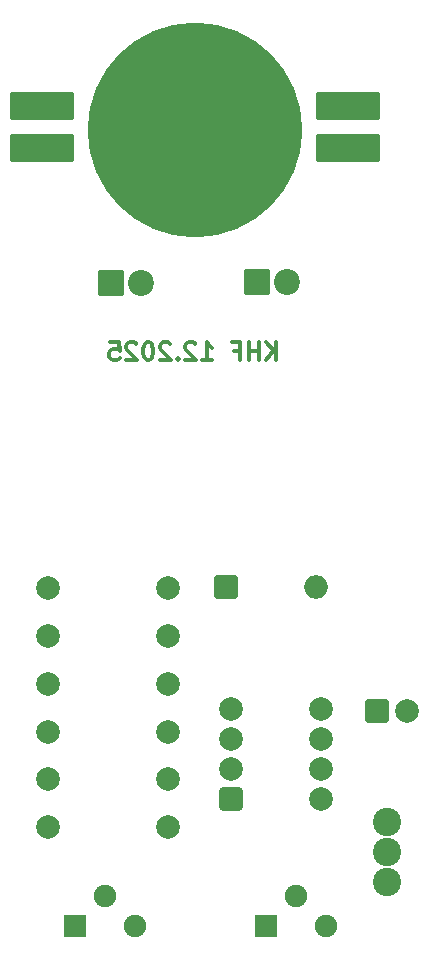
<source format=gbr>
%TF.GenerationSoftware,KiCad,Pcbnew,9.0.6*%
%TF.CreationDate,2025-12-05T08:24:13+01:00*%
%TF.ProjectId,GrumpyDuck,4772756d-7079-4447-9563-6b2e6b696361,rev?*%
%TF.SameCoordinates,Original*%
%TF.FileFunction,Soldermask,Bot*%
%TF.FilePolarity,Negative*%
%FSLAX46Y46*%
G04 Gerber Fmt 4.6, Leading zero omitted, Abs format (unit mm)*
G04 Created by KiCad (PCBNEW 9.0.6) date 2025-12-05 08:24:13*
%MOMM*%
%LPD*%
G01*
G04 APERTURE LIST*
G04 Aperture macros list*
%AMRoundRect*
0 Rectangle with rounded corners*
0 $1 Rounding radius*
0 $2 $3 $4 $5 $6 $7 $8 $9 X,Y pos of 4 corners*
0 Add a 4 corners polygon primitive as box body*
4,1,4,$2,$3,$4,$5,$6,$7,$8,$9,$2,$3,0*
0 Add four circle primitives for the rounded corners*
1,1,$1+$1,$2,$3*
1,1,$1+$1,$4,$5*
1,1,$1+$1,$6,$7*
1,1,$1+$1,$8,$9*
0 Add four rect primitives between the rounded corners*
20,1,$1+$1,$2,$3,$4,$5,0*
20,1,$1+$1,$4,$5,$6,$7,0*
20,1,$1+$1,$6,$7,$8,$9,0*
20,1,$1+$1,$8,$9,$2,$3,0*%
G04 Aperture macros list end*
%ADD10C,0.300000*%
%ADD11C,2.200000*%
%ADD12RoundRect,0.200000X-0.900000X-0.900000X0.900000X-0.900000X0.900000X0.900000X-0.900000X0.900000X0*%
%ADD13RoundRect,0.200000X-2.500000X-1.000000X2.500000X-1.000000X2.500000X1.000000X-2.500000X1.000000X0*%
%ADD14C,18.180000*%
%ADD15RoundRect,0.312500X-0.687500X-0.687500X0.687500X-0.687500X0.687500X0.687500X-0.687500X0.687500X0*%
%ADD16C,2.000000*%
%ADD17C,2.400000*%
%ADD18RoundRect,0.200000X-0.750000X-0.750000X0.750000X-0.750000X0.750000X0.750000X-0.750000X0.750000X0*%
%ADD19C,1.900000*%
%ADD20RoundRect,0.200000X-0.800000X-0.800000X0.800000X-0.800000X0.800000X0.800000X-0.800000X0.800000X0*%
%ADD21O,2.000000X2.000000*%
G04 APERTURE END LIST*
D10*
X130145489Y-75000828D02*
X130145489Y-73500828D01*
X129288346Y-75000828D02*
X129931203Y-74143685D01*
X129288346Y-73500828D02*
X130145489Y-74357971D01*
X128645489Y-75000828D02*
X128645489Y-73500828D01*
X128645489Y-74215114D02*
X127788346Y-74215114D01*
X127788346Y-75000828D02*
X127788346Y-73500828D01*
X126574060Y-74215114D02*
X127074060Y-74215114D01*
X127074060Y-75000828D02*
X127074060Y-73500828D01*
X127074060Y-73500828D02*
X126359774Y-73500828D01*
X123859774Y-75000828D02*
X124716917Y-75000828D01*
X124288346Y-75000828D02*
X124288346Y-73500828D01*
X124288346Y-73500828D02*
X124431203Y-73715114D01*
X124431203Y-73715114D02*
X124574060Y-73857971D01*
X124574060Y-73857971D02*
X124716917Y-73929400D01*
X123288346Y-73643685D02*
X123216918Y-73572257D01*
X123216918Y-73572257D02*
X123074061Y-73500828D01*
X123074061Y-73500828D02*
X122716918Y-73500828D01*
X122716918Y-73500828D02*
X122574061Y-73572257D01*
X122574061Y-73572257D02*
X122502632Y-73643685D01*
X122502632Y-73643685D02*
X122431203Y-73786542D01*
X122431203Y-73786542D02*
X122431203Y-73929400D01*
X122431203Y-73929400D02*
X122502632Y-74143685D01*
X122502632Y-74143685D02*
X123359775Y-75000828D01*
X123359775Y-75000828D02*
X122431203Y-75000828D01*
X121788347Y-74857971D02*
X121716918Y-74929400D01*
X121716918Y-74929400D02*
X121788347Y-75000828D01*
X121788347Y-75000828D02*
X121859775Y-74929400D01*
X121859775Y-74929400D02*
X121788347Y-74857971D01*
X121788347Y-74857971D02*
X121788347Y-75000828D01*
X121145489Y-73643685D02*
X121074061Y-73572257D01*
X121074061Y-73572257D02*
X120931204Y-73500828D01*
X120931204Y-73500828D02*
X120574061Y-73500828D01*
X120574061Y-73500828D02*
X120431204Y-73572257D01*
X120431204Y-73572257D02*
X120359775Y-73643685D01*
X120359775Y-73643685D02*
X120288346Y-73786542D01*
X120288346Y-73786542D02*
X120288346Y-73929400D01*
X120288346Y-73929400D02*
X120359775Y-74143685D01*
X120359775Y-74143685D02*
X121216918Y-75000828D01*
X121216918Y-75000828D02*
X120288346Y-75000828D01*
X119359775Y-73500828D02*
X119216918Y-73500828D01*
X119216918Y-73500828D02*
X119074061Y-73572257D01*
X119074061Y-73572257D02*
X119002633Y-73643685D01*
X119002633Y-73643685D02*
X118931204Y-73786542D01*
X118931204Y-73786542D02*
X118859775Y-74072257D01*
X118859775Y-74072257D02*
X118859775Y-74429400D01*
X118859775Y-74429400D02*
X118931204Y-74715114D01*
X118931204Y-74715114D02*
X119002633Y-74857971D01*
X119002633Y-74857971D02*
X119074061Y-74929400D01*
X119074061Y-74929400D02*
X119216918Y-75000828D01*
X119216918Y-75000828D02*
X119359775Y-75000828D01*
X119359775Y-75000828D02*
X119502633Y-74929400D01*
X119502633Y-74929400D02*
X119574061Y-74857971D01*
X119574061Y-74857971D02*
X119645490Y-74715114D01*
X119645490Y-74715114D02*
X119716918Y-74429400D01*
X119716918Y-74429400D02*
X119716918Y-74072257D01*
X119716918Y-74072257D02*
X119645490Y-73786542D01*
X119645490Y-73786542D02*
X119574061Y-73643685D01*
X119574061Y-73643685D02*
X119502633Y-73572257D01*
X119502633Y-73572257D02*
X119359775Y-73500828D01*
X118288347Y-73643685D02*
X118216919Y-73572257D01*
X118216919Y-73572257D02*
X118074062Y-73500828D01*
X118074062Y-73500828D02*
X117716919Y-73500828D01*
X117716919Y-73500828D02*
X117574062Y-73572257D01*
X117574062Y-73572257D02*
X117502633Y-73643685D01*
X117502633Y-73643685D02*
X117431204Y-73786542D01*
X117431204Y-73786542D02*
X117431204Y-73929400D01*
X117431204Y-73929400D02*
X117502633Y-74143685D01*
X117502633Y-74143685D02*
X118359776Y-75000828D01*
X118359776Y-75000828D02*
X117431204Y-75000828D01*
X116074062Y-73500828D02*
X116788348Y-73500828D01*
X116788348Y-73500828D02*
X116859776Y-74215114D01*
X116859776Y-74215114D02*
X116788348Y-74143685D01*
X116788348Y-74143685D02*
X116645491Y-74072257D01*
X116645491Y-74072257D02*
X116288348Y-74072257D01*
X116288348Y-74072257D02*
X116145491Y-74143685D01*
X116145491Y-74143685D02*
X116074062Y-74215114D01*
X116074062Y-74215114D02*
X116002633Y-74357971D01*
X116002633Y-74357971D02*
X116002633Y-74715114D01*
X116002633Y-74715114D02*
X116074062Y-74857971D01*
X116074062Y-74857971D02*
X116145491Y-74929400D01*
X116145491Y-74929400D02*
X116288348Y-75000828D01*
X116288348Y-75000828D02*
X116645491Y-75000828D01*
X116645491Y-75000828D02*
X116788348Y-74929400D01*
X116788348Y-74929400D02*
X116859776Y-74857971D01*
D11*
%TO.C,D2*%
X131040000Y-68400000D03*
D12*
X128500000Y-68400000D03*
%TD*%
D11*
%TO.C,D1*%
X118640000Y-68500000D03*
D12*
X116100000Y-68500000D03*
%TD*%
D13*
%TO.C,U2*%
X110306000Y-57056000D03*
X110306000Y-53500000D03*
X136200000Y-57056000D03*
X136200000Y-53500000D03*
D14*
X123260000Y-55532000D03*
%TD*%
D15*
%TO.C,U1*%
X126300000Y-112180000D03*
D16*
X126300000Y-109640000D03*
X126300000Y-107100000D03*
X126300000Y-104560000D03*
X133920000Y-104560000D03*
X133920000Y-107100000D03*
X133920000Y-109640000D03*
X133920000Y-112180000D03*
%TD*%
D17*
%TO.C,S1*%
X139500000Y-119200000D03*
X139500000Y-116660000D03*
X139500000Y-114120000D03*
%TD*%
D16*
%TO.C,R7*%
X110800000Y-98350000D03*
X120960000Y-98350000D03*
%TD*%
%TO.C,R6*%
X110800000Y-102400000D03*
X120960000Y-102400000D03*
%TD*%
%TO.C,R5*%
X110800000Y-106450000D03*
X120960000Y-106450000D03*
%TD*%
%TO.C,R4*%
X110800000Y-110500000D03*
X120960000Y-110500000D03*
%TD*%
%TO.C,R3*%
X110800000Y-114550000D03*
X120960000Y-114550000D03*
%TD*%
%TO.C,R1*%
X110800000Y-94300000D03*
X120960000Y-94300000D03*
%TD*%
D18*
%TO.C,T2*%
X113100000Y-122900000D03*
D19*
X115640000Y-120360000D03*
X118180000Y-122900000D03*
%TD*%
D18*
%TO.C,T1*%
X129300000Y-122900000D03*
D19*
X131840000Y-120360000D03*
X134380000Y-122900000D03*
%TD*%
D20*
%TO.C,D3*%
X125900000Y-94200000D03*
D21*
X133520000Y-94200000D03*
%TD*%
D20*
%TO.C,C1*%
X138700000Y-104700000D03*
D16*
X141200000Y-104700000D03*
%TD*%
M02*

</source>
